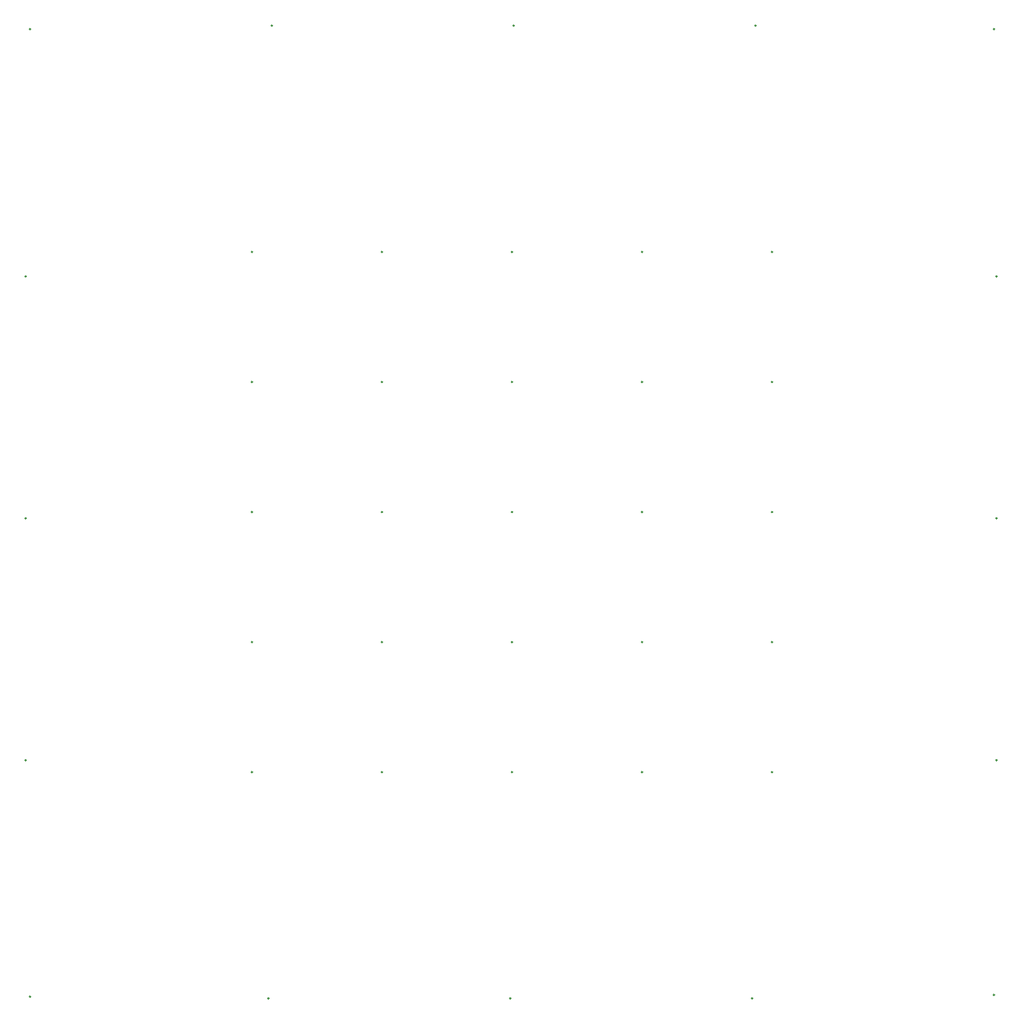
<source format=gbr>
%TF.GenerationSoftware,KiCad,Pcbnew,5.99.0-unknown-e376750~101~ubuntu19.10.1*%
%TF.CreationDate,2020-06-25T20:18:13+02:00*%
%TF.ProjectId,leds,6c656473-2e6b-4696-9361-645f70636258,rev?*%
%TF.SameCoordinates,Original*%
%TF.FileFunction,Legend,Top*%
%TF.FilePolarity,Positive*%
%FSLAX46Y46*%
G04 Gerber Fmt 4.6, Leading zero omitted, Abs format (unit mm)*
G04 Created by KiCad (PCBNEW 5.99.0-unknown-e376750~101~ubuntu19.10.1) date 2020-06-25 20:18:13*
%MOMM*%
%LPD*%
G01*
G04 APERTURE LIST*
%ADD10C,0.300000*%
%ADD11R,0.800000X0.800000*%
G04 APERTURE END LIST*
D10*
%TO.C,D141*%
X240824380Y-215666860D02*
G75*
G03*
X240824380Y-215666860I-141421J0D01*
G01*
%TO.C,D140*%
X17408281Y-49917041D02*
G75*
G03*
X17408281Y-49917041I-141421J0D01*
G01*
%TO.C,D139*%
X18424380Y-216066860D02*
G75*
G03*
X18424380Y-216066860I-141421J0D01*
G01*
%TO.C,D138*%
X240824380Y7133140D02*
G75*
G03*
X240824380Y7133140I-141421J0D01*
G01*
%TO.C,D137*%
X17408281Y-161517041D02*
G75*
G03*
X17408281Y-161517041I-141421J0D01*
G01*
%TO.C,D136*%
X241408281Y-161517041D02*
G75*
G03*
X241408281Y-161517041I-141421J0D01*
G01*
%TO.C,D135*%
X130024380Y7933140D02*
G75*
G03*
X130024380Y7933140I-141421J0D01*
G01*
%TO.C,D134*%
X185024380Y-216466860D02*
G75*
G03*
X185024380Y-216466860I-141421J0D01*
G01*
%TO.C,D133*%
X74224380Y7933140D02*
G75*
G03*
X74224380Y7933140I-141421J0D01*
G01*
%TO.C,D132*%
X129224380Y-216466860D02*
G75*
G03*
X129224380Y-216466860I-141421J0D01*
G01*
%TO.C,D131*%
X17408281Y-105717041D02*
G75*
G03*
X17408281Y-105717041I-141421J0D01*
G01*
%TO.C,D130*%
X73424380Y-216466860D02*
G75*
G03*
X73424380Y-216466860I-141421J0D01*
G01*
%TO.C,D129*%
X241408281Y-105717041D02*
G75*
G03*
X241408281Y-105717041I-141421J0D01*
G01*
%TO.C,D128*%
X241408281Y-49917041D02*
G75*
G03*
X241408281Y-49917041I-141421J0D01*
G01*
%TO.C,D127*%
X185824380Y7933140D02*
G75*
G03*
X185824380Y7933140I-141421J0D01*
G01*
%TO.C,D126*%
X18424380Y7133140D02*
G75*
G03*
X18424380Y7133140I-141421J0D01*
G01*
%TO.C,D125*%
X189624380Y-164266860D02*
G75*
G03*
X189624380Y-164266860I-141421J0D01*
G01*
%TO.C,D124*%
X189624380Y-134266860D02*
G75*
G03*
X189624380Y-134266860I-141421J0D01*
G01*
%TO.C,D123*%
X189624380Y-104266860D02*
G75*
G03*
X189624380Y-104266860I-141421J0D01*
G01*
%TO.C,D122*%
X189624380Y-74266860D02*
G75*
G03*
X189624380Y-74266860I-141421J0D01*
G01*
%TO.C,D121*%
X189624380Y-44266860D02*
G75*
G03*
X189624380Y-44266860I-141421J0D01*
G01*
%TO.C,D120*%
X159624380Y-164266860D02*
G75*
G03*
X159624380Y-164266860I-141421J0D01*
G01*
%TO.C,D119*%
X159624380Y-134266860D02*
G75*
G03*
X159624380Y-134266860I-141421J0D01*
G01*
%TO.C,D118*%
X159624380Y-104266860D02*
G75*
G03*
X159624380Y-104266860I-141421J0D01*
G01*
%TO.C,D117*%
X159624380Y-74266860D02*
G75*
G03*
X159624380Y-74266860I-141421J0D01*
G01*
%TO.C,D116*%
X159624380Y-44266860D02*
G75*
G03*
X159624380Y-44266860I-141421J0D01*
G01*
%TO.C,D115*%
X129624380Y-164266860D02*
G75*
G03*
X129624380Y-164266860I-141421J0D01*
G01*
%TO.C,D114*%
X129624380Y-134266860D02*
G75*
G03*
X129624380Y-134266860I-141421J0D01*
G01*
%TO.C,D113*%
X129624380Y-104266860D02*
G75*
G03*
X129624380Y-104266860I-141421J0D01*
G01*
%TO.C,D112*%
X129624380Y-74266860D02*
G75*
G03*
X129624380Y-74266860I-141421J0D01*
G01*
%TO.C,D111*%
X129624380Y-44266860D02*
G75*
G03*
X129624380Y-44266860I-141421J0D01*
G01*
%TO.C,D110*%
X99624380Y-164266860D02*
G75*
G03*
X99624380Y-164266860I-141421J0D01*
G01*
%TO.C,D109*%
X99624380Y-134266860D02*
G75*
G03*
X99624380Y-134266860I-141421J0D01*
G01*
%TO.C,D108*%
X99624380Y-104266860D02*
G75*
G03*
X99624380Y-104266860I-141421J0D01*
G01*
%TO.C,D107*%
X99624380Y-74266860D02*
G75*
G03*
X99624380Y-74266860I-141421J0D01*
G01*
%TO.C,D106*%
X99624380Y-44266860D02*
G75*
G03*
X99624380Y-44266860I-141421J0D01*
G01*
%TO.C,D105*%
X69624380Y-164266860D02*
G75*
G03*
X69624380Y-164266860I-141421J0D01*
G01*
%TO.C,D104*%
X69624380Y-134266860D02*
G75*
G03*
X69624380Y-134266860I-141421J0D01*
G01*
%TO.C,D103*%
X69624380Y-104266860D02*
G75*
G03*
X69624380Y-104266860I-141421J0D01*
G01*
%TO.C,D102*%
X69624380Y-74266860D02*
G75*
G03*
X69624380Y-74266860I-141421J0D01*
G01*
%TO.C,D101*%
X69624380Y-44266860D02*
G75*
G03*
X69624380Y-44266860I-141421J0D01*
G01*
%TD*%
%LPC*%
D11*
%TO.C,D141*%
X239900000Y-215675000D03*
X242500000Y-217125000D03*
X239900000Y-217125000D03*
X242500000Y-215675000D03*
%TD*%
%TO.C,D140*%
X17275000Y-50700000D03*
X18725000Y-48100000D03*
X18725000Y-50700000D03*
X17275000Y-48100000D03*
%TD*%
%TO.C,D139*%
X17500000Y-216075000D03*
X20100000Y-217525000D03*
X17500000Y-217525000D03*
X20100000Y-216075000D03*
%TD*%
%TO.C,D138*%
X239900000Y7125000D03*
X242500000Y5675000D03*
X239900000Y5675000D03*
X242500000Y7125000D03*
%TD*%
%TO.C,D137*%
X17275000Y-162300000D03*
X18725000Y-159700000D03*
X18725000Y-162300000D03*
X17275000Y-159700000D03*
%TD*%
%TO.C,D136*%
X241275000Y-162300000D03*
X242725000Y-159700000D03*
X242725000Y-162300000D03*
X241275000Y-159700000D03*
%TD*%
%TO.C,D135*%
X129100000Y7925000D03*
X131700000Y6475000D03*
X129100000Y6475000D03*
X131700000Y7925000D03*
%TD*%
%TO.C,D134*%
X184100000Y-216475000D03*
X186700000Y-217925000D03*
X184100000Y-217925000D03*
X186700000Y-216475000D03*
%TD*%
%TO.C,D133*%
X73300000Y7925000D03*
X75900000Y6475000D03*
X73300000Y6475000D03*
X75900000Y7925000D03*
%TD*%
%TO.C,D132*%
X128300000Y-216475000D03*
X130900000Y-217925000D03*
X128300000Y-217925000D03*
X130900000Y-216475000D03*
%TD*%
%TO.C,D131*%
X17275000Y-106500000D03*
X18725000Y-103900000D03*
X18725000Y-106500000D03*
X17275000Y-103900000D03*
%TD*%
%TO.C,D130*%
X72500000Y-216475000D03*
X75100000Y-217925000D03*
X72500000Y-217925000D03*
X75100000Y-216475000D03*
%TD*%
%TO.C,D129*%
X241275000Y-106500000D03*
X242725000Y-103900000D03*
X242725000Y-106500000D03*
X241275000Y-103900000D03*
%TD*%
%TO.C,D128*%
X241275000Y-50700000D03*
X242725000Y-48100000D03*
X242725000Y-50700000D03*
X241275000Y-48100000D03*
%TD*%
%TO.C,D127*%
X184900000Y7925000D03*
X187500000Y6475000D03*
X184900000Y6475000D03*
X187500000Y7925000D03*
%TD*%
%TO.C,D126*%
X17500000Y7125000D03*
X20100000Y5675000D03*
X17500000Y5675000D03*
X20100000Y7125000D03*
%TD*%
%TO.C,D125*%
X188700000Y-164275000D03*
X191300000Y-165725000D03*
X188700000Y-165725000D03*
X191300000Y-164275000D03*
%TD*%
%TO.C,D124*%
X188700000Y-134275000D03*
X191300000Y-135725000D03*
X188700000Y-135725000D03*
X191300000Y-134275000D03*
%TD*%
%TO.C,D123*%
X188700000Y-104275000D03*
X191300000Y-105725000D03*
X188700000Y-105725000D03*
X191300000Y-104275000D03*
%TD*%
%TO.C,D122*%
X188700000Y-74275000D03*
X191300000Y-75725000D03*
X188700000Y-75725000D03*
X191300000Y-74275000D03*
%TD*%
%TO.C,D121*%
X188700000Y-44275000D03*
X191300000Y-45725000D03*
X188700000Y-45725000D03*
X191300000Y-44275000D03*
%TD*%
%TO.C,D120*%
X158700000Y-164275000D03*
X161300000Y-165725000D03*
X158700000Y-165725000D03*
X161300000Y-164275000D03*
%TD*%
%TO.C,D119*%
X158700000Y-134275000D03*
X161300000Y-135725000D03*
X158700000Y-135725000D03*
X161300000Y-134275000D03*
%TD*%
%TO.C,D118*%
X158700000Y-104275000D03*
X161300000Y-105725000D03*
X158700000Y-105725000D03*
X161300000Y-104275000D03*
%TD*%
%TO.C,D117*%
X158700000Y-74275000D03*
X161300000Y-75725000D03*
X158700000Y-75725000D03*
X161300000Y-74275000D03*
%TD*%
%TO.C,D116*%
X158700000Y-44275000D03*
X161300000Y-45725000D03*
X158700000Y-45725000D03*
X161300000Y-44275000D03*
%TD*%
%TO.C,D115*%
X128700000Y-164275000D03*
X131300000Y-165725000D03*
X128700000Y-165725000D03*
X131300000Y-164275000D03*
%TD*%
%TO.C,D114*%
X128700000Y-134275000D03*
X131300000Y-135725000D03*
X128700000Y-135725000D03*
X131300000Y-134275000D03*
%TD*%
%TO.C,D113*%
X128700000Y-104275000D03*
X131300000Y-105725000D03*
X128700000Y-105725000D03*
X131300000Y-104275000D03*
%TD*%
%TO.C,D112*%
X128700000Y-74275000D03*
X131300000Y-75725000D03*
X128700000Y-75725000D03*
X131300000Y-74275000D03*
%TD*%
%TO.C,D111*%
X128700000Y-44275000D03*
X131300000Y-45725000D03*
X128700000Y-45725000D03*
X131300000Y-44275000D03*
%TD*%
%TO.C,D110*%
X98700000Y-164275000D03*
X101300000Y-165725000D03*
X98700000Y-165725000D03*
X101300000Y-164275000D03*
%TD*%
%TO.C,D109*%
X98700000Y-134275000D03*
X101300000Y-135725000D03*
X98700000Y-135725000D03*
X101300000Y-134275000D03*
%TD*%
%TO.C,D108*%
X98700000Y-104275000D03*
X101300000Y-105725000D03*
X98700000Y-105725000D03*
X101300000Y-104275000D03*
%TD*%
%TO.C,D107*%
X98700000Y-74275000D03*
X101300000Y-75725000D03*
X98700000Y-75725000D03*
X101300000Y-74275000D03*
%TD*%
%TO.C,D106*%
X98700000Y-44275000D03*
X101300000Y-45725000D03*
X98700000Y-45725000D03*
X101300000Y-44275000D03*
%TD*%
%TO.C,D105*%
X68700000Y-164275000D03*
X71300000Y-165725000D03*
X68700000Y-165725000D03*
X71300000Y-164275000D03*
%TD*%
%TO.C,D104*%
X68700000Y-134275000D03*
X71300000Y-135725000D03*
X68700000Y-135725000D03*
X71300000Y-134275000D03*
%TD*%
%TO.C,D103*%
X68700000Y-104275000D03*
X71300000Y-105725000D03*
X68700000Y-105725000D03*
X71300000Y-104275000D03*
%TD*%
%TO.C,D102*%
X68700000Y-74275000D03*
X71300000Y-75725000D03*
X68700000Y-75725000D03*
X71300000Y-74275000D03*
%TD*%
%TO.C,D101*%
X68700000Y-44275000D03*
X71300000Y-45725000D03*
X68700000Y-45725000D03*
X71300000Y-44275000D03*
%TD*%
M02*

</source>
